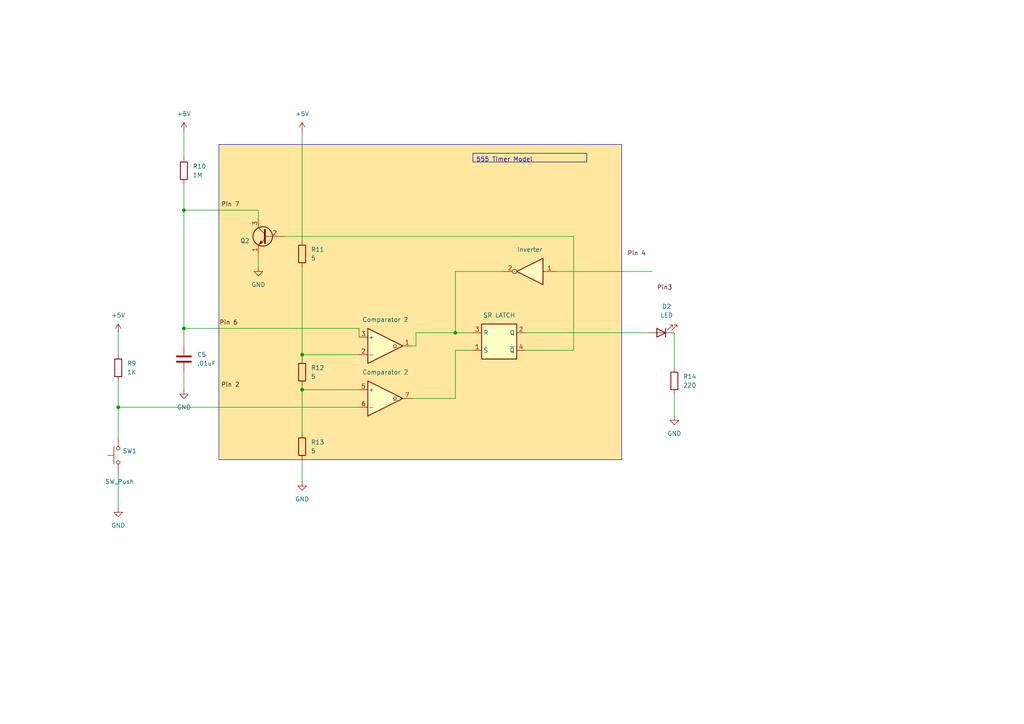
<source format=kicad_sch>
(kicad_sch (version 20231120) (generator "eeschema") (generator_version "8.0")
  (paper "A4")
  (lib_symbols
    (symbol "74xx:74LS04"
      (property "Reference" "U" (at 0 1.27 0))
      (property "Value" "74LS04" (at 0 -1.27 0))
      (symbol "74LS04_1_0"
        (polyline (pts (xy -3.81 3.81) (xy -3.81 -3.81) (xy 3.81 0) (xy -3.81 3.81)) (stroke (width 0.254)) (fill (type background)))
        (pin input line (at -7.62 0 0) (length 3.81) (name "~") (number "1"))
        (pin output inverted (at 7.62 0 180) (length 3.81) (name "~") (number "2"))
      )
      (symbol "74LS04_2_0"
        (polyline (pts (xy -3.81 3.81) (xy -3.81 -3.81) (xy 3.81 0) (xy -3.81 3.81)) (stroke (width 0.254)) (fill (type background)))
        (pin input line (at -7.62 0 0) (length 3.81) (name "~") (number "3"))
        (pin output inverted (at 7.62 0 180) (length 3.81) (name "~") (number "4"))
      )
      (symbol "74LS04_3_0"
        (polyline (pts (xy -3.81 3.81) (xy -3.81 -3.81) (xy 3.81 0) (xy -3.81 3.81)) (stroke (width 0.254)) (fill (type background)))
        (pin input line (at -7.62 0 0) (length 3.81) (name "~") (number "5"))
        (pin output inverted (at 7.62 0 180) (length 3.81) (name "~") (number "6"))
      )
      (symbol "74LS04_4_0"
        (polyline (pts (xy -3.81 3.81) (xy -3.81 -3.81) (xy 3.81 0) (xy -3.81 3.81)) (stroke (width 0.254)) (fill (type background)))
        (pin output inverted (at 7.62 0 180) (length 3.81) (name "~") (number "8"))
        (pin input line (at -7.62 0 0) (length 3.81) (name "~") (number "9"))
      )
      (symbol "74LS04_5_0"
        (polyline (pts (xy -3.81 3.81) (xy -3.81 -3.81) (xy 3.81 0) (xy -3.81 3.81)) (stroke (width 0.254)) (fill (type background)))
        (pin output inverted (at 7.62 0 180) (length 3.81) (name "~") (number "10"))
        (pin input line (at -7.62 0 0) (length 3.81) (name "~") (number "11"))
      )
      (symbol "74LS04_6_0"
        (polyline (pts (xy -3.81 3.81) (xy -3.81 -3.81) (xy 3.81 0) (xy -3.81 3.81)) (stroke (width 0.254)) (fill (type background)))
        (pin output inverted (at 7.62 0 180) (length 3.81) (name "~") (number "12"))
        (pin input line (at -7.62 0 0) (length 3.81) (name "~") (number "13"))
      )
      (symbol "74LS04_7_0"
        (pin power_in line (at 0 12.7 270) (length 5.08) (name "VCC") (number "14"))
        (pin power_in line (at 0 -12.7 90) (length 5.08) (name "GND") (number "7"))
      )
      (symbol "74LS04_7_1"
        (rectangle (start -5.08 7.62) (end 5.08 -7.62) (stroke (width 0.254)) (fill (type background)))
      )
    )
    (symbol "Comparator:LMV393" (pin_names (offset 0.127))
      (property "Reference" "U" (at 3.81 3.81 0))
      (property "Value" "LMV393" (at 6.35 -3.81 0))
      (symbol "LMV393_1_1"
        (polyline (pts (xy -5.08 5.08) (xy 5.08 0) (xy -5.08 -5.08) (xy -5.08 5.08)) (stroke (width 0.254)) (fill (type background)))
        (polyline (pts (xy 3.302 -0.508) (xy 2.794 -0.508) (xy 3.302 0) (xy 2.794 0.508) (xy 2.286 0) (xy 2.794 -0.508) (xy 2.286 -0.508)) (stroke (width 0.127)))
        (pin open_collector line (at 7.62 0 180) (length 2.54) (name "~") (number "1"))
        (pin input line (at -7.62 -2.54 0) (length 2.54) (name "-") (number "2"))
        (pin input line (at -7.62 2.54 0) (length 2.54) (name "+") (number "3"))
      )
      (symbol "LMV393_2_1"
        (polyline (pts (xy -5.08 5.08) (xy 5.08 0) (xy -5.08 -5.08) (xy -5.08 5.08)) (stroke (width 0.254)) (fill (type background)))
        (polyline (pts (xy 3.302 -0.508) (xy 2.794 -0.508) (xy 3.302 0) (xy 2.794 0.508) (xy 2.286 0) (xy 2.794 -0.508) (xy 2.286 -0.508)) (stroke (width 0.127)))
        (pin input line (at -7.62 2.54 0) (length 2.54) (name "+") (number "5"))
        (pin input line (at -7.62 -2.54 0) (length 2.54) (name "-") (number "6"))
        (pin open_collector line (at 7.62 0 180) (length 2.54) (name "~") (number "7"))
      )
      (symbol "LMV393_3_1"
        (pin power_in line (at -2.54 -7.62 90) (length 3.81) (name "V-") (number "4"))
        (pin power_in line (at -2.54 7.62 270) (length 3.81) (name "V+") (number "8"))
      )
    )
    (symbol "Device:C" (pin_numbers hide) (pin_names (offset 0.254))
      (property "Reference" "C" (at 0.635 2.54 0))
      (property "Value" "C" (at 0.635 -2.54 0))
      (symbol "C_0_1"
        (polyline (pts (xy -2.032 -0.762) (xy 2.032 -0.762)) (stroke (width 0.508)))
        (polyline (pts (xy -2.032 0.762) (xy 2.032 0.762)) (stroke (width 0.508)))
      )
      (symbol "C_1_1"
        (pin passive line (at 0 3.81 270) (length 2.794) (name "~") (number "1"))
        (pin passive line (at 0 -3.81 90) (length 2.794) (name "~") (number "2"))
      )
    )
    (symbol "Device:LED" (pin_numbers hide) (pin_names (offset 1.016) hide)
      (property "Reference" "D" (at 0 2.54 0))
      (property "Value" "LED" (at 0 -2.54 0))
      (symbol "LED_0_1"
        (polyline (pts (xy -1.27 -1.27) (xy -1.27 1.27)) (stroke (width 0.254)))
        (polyline (pts (xy -1.27 0) (xy 1.27 0)))
        (polyline (pts (xy 1.27 -1.27) (xy 1.27 1.27) (xy -1.27 0) (xy 1.27 -1.27)) (stroke (width 0.254)))
        (polyline (pts (xy -3.048 -0.762) (xy -4.572 -2.286) (xy -3.81 -2.286) (xy -4.572 -2.286) (xy -4.572 -1.524)))
        (polyline (pts (xy -1.778 -0.762) (xy -3.302 -2.286) (xy -2.54 -2.286) (xy -3.302 -2.286) (xy -3.302 -1.524)))
      )
      (symbol "LED_1_1"
        (pin passive line (at -3.81 0 0) (length 2.54) (name "K") (number "1"))
        (pin passive line (at 3.81 0 180) (length 2.54) (name "A") (number "2"))
      )
    )
    (symbol "Device:R" (pin_numbers hide) (pin_names (offset 0))
      (property "Reference" "R" (at 2.032 0 90))
      (property "Value" "R" (at 0 0 90))
      (symbol "R_0_1"
        (rectangle (start -1.016 -2.54) (end 1.016 2.54) (stroke (width 0.254)))
      )
      (symbol "R_1_1"
        (pin passive line (at 0 3.81 270) (length 1.27) (name "~") (number "1"))
        (pin passive line (at 0 -3.81 90) (length 1.27) (name "~") (number "2"))
      )
    )
    (symbol "Switch:SW_Push" (pin_numbers hide) (pin_names (offset 1.016) hide)
      (property "Reference" "SW" (at 1.27 2.54 0))
      (property "Value" "SW_Push" (at 0 -1.524 0))
      (symbol "SW_Push_0_1"
        (circle (center -2.032 0) (radius 0.508))
        (polyline (pts (xy 0 1.27) (xy 0 3.048)))
        (polyline (pts (xy 2.54 1.27) (xy -2.54 1.27)))
        (circle (center 2.032 0) (radius 0.508))
        (pin passive line (at -5.08 0 0) (length 2.54) (name "1") (number "1"))
        (pin passive line (at 5.08 0 180) (length 2.54) (name "2") (number "2"))
      )
    )
    (symbol "Symbols_Only:74LS279"
      (property "Reference" "U2" (at 0 10.16 0))
      (property "Value" "SR LATCH" (at 0 7.62 0))
      (symbol "74LS279_1_1"
        (rectangle (start -5.08 5.08) (end 5.08 -5.08) (stroke (width 0.254)) (fill (type background)))
        (pin input line (at -7.62 -2.54 0) (length 2.54) (name "S") (number "1"))
        (pin input line (at 7.62 2.54 180) (length 2.54) (name "Q") (number "2"))
        (pin input line (at -7.62 2.54 0) (length 2.54) (name "R") (number "3"))
        (pin output line (at 7.62 -2.54 180) (length 2.54) (name "~{Q}") (number "4"))
      )
      (symbol "74LS279_2_1"
        (rectangle (start -5.08 5.08) (end 5.08 -5.08) (stroke (width 0.254)) (fill (type background)))
        (pin input line (at -7.62 -2.54 0) (length 2.54) (name "~{R}") (number "5"))
        (pin input line (at -7.62 2.54 0) (length 2.54) (name "~{S}") (number "6"))
        (pin output line (at 7.62 0 180) (length 2.54) (name "Q") (number "7"))
      )
      (symbol "74LS279_3_1"
        (rectangle (start -5.08 5.08) (end 5.08 -5.08) (stroke (width 0.254)) (fill (type background)))
        (pin input line (at -7.62 -2.54 0) (length 2.54) (name "~{R}") (number "10"))
        (pin input line (at -7.62 2.54 0) (length 2.54) (name "~{S}") (number "11"))
        (pin input line (at -7.62 0 0) (length 2.54) (name "~{S}") (number "12"))
        (pin output line (at 7.62 0 180) (length 2.54) (name "Q") (number "9"))
      )
      (symbol "74LS279_4_1"
        (rectangle (start -5.08 5.08) (end 5.08 -5.08) (stroke (width 0.254)) (fill (type background)))
        (pin output line (at 7.62 0 180) (length 2.54) (name "Q") (number "13"))
        (pin input line (at -7.62 -2.54 0) (length 2.54) (name "~{R}") (number "14"))
        (pin input line (at -7.62 2.54 0) (length 2.54) (name "~{S}") (number "15"))
      )
      (symbol "74LS279_5_0"
        (pin power_in line (at 0 10.16 270) (length 2.54) (name "VCC") (number "16"))
        (pin power_in line (at 0 -10.16 90) (length 2.54) (name "GND") (number "8"))
      )
      (symbol "74LS279_5_1"
        (rectangle (start -5.08 7.62) (end 5.08 -7.62) (stroke (width 0.254)) (fill (type background)))
      )
    )
    (symbol "Transistor_BJT:BC107" (pin_names (offset 0) hide)
      (property "Reference" "Q" (at 5.08 1.905 0))
      (property "Value" "BC107" (at 5.08 0 0))
      (symbol "BC107_0_1"
        (polyline (pts (xy 0.635 0.635) (xy 2.54 2.54)))
        (polyline (pts (xy 0.635 -0.635) (xy 2.54 -2.54) (xy 2.54 -2.54)))
        (polyline (pts (xy 0.635 1.905) (xy 0.635 -1.905) (xy 0.635 -1.905)) (stroke (width 0.508)))
        (polyline (pts (xy 1.27 -1.778) (xy 1.778 -1.27) (xy 2.286 -2.286) (xy 1.27 -1.778) (xy 1.27 -1.778)) (fill (type outline)))
        (circle (center 1.27 0) (radius 2.8194) (stroke (width 0.254)))
      )
      (symbol "BC107_1_1"
        (pin passive line (at 2.54 -5.08 90) (length 2.54) (name "E") (number "1"))
        (pin input line (at -5.08 0 0) (length 5.715) (name "B") (number "2"))
        (pin passive line (at 2.54 5.08 270) (length 2.54) (name "C") (number "3"))
      )
    )
    (symbol "power:+5V" (power) (pin_numbers hide) (pin_names (offset 0) hide)
      (property "Value" "+5V" (at 0 3.556 0))
      (symbol "+5V_0_1"
        (polyline (pts (xy -0.762 1.27) (xy 0 2.54)))
        (polyline (pts (xy 0 0) (xy 0 2.54)))
        (polyline (pts (xy 0 2.54) (xy 0.762 1.27)))
      )
      (symbol "+5V_1_1"
        (pin power_in line (at 0 0 90) (length 0) (name "~") (number "1"))
      )
    )
    (symbol "power:GND" (power) (pin_numbers hide) (pin_names (offset 0) hide)
      (property "Value" "GND" (at 0 -3.81 0))
      (symbol "GND_0_1"
        (polyline (pts (xy 0 0) (xy 0 -1.27) (xy 1.27 -1.27) (xy 0 -2.54) (xy -1.27 -1.27) (xy 0 -1.27)))
      )
      (symbol "GND_1_1"
        (pin power_in line (at 0 0 270) (length 0) (name "~") (number "1"))
      )
    )
  )
  (junction (at 53.34 60.96))
  (junction (at 34.29 118.11))
  (junction (at 87.63 113.03))
  (junction (at 53.34 95.25))
  (junction (at 87.63 102.87))
  (junction (at 132.08 96.52))
  (wire (pts (xy 132.08 96.52) (xy 137.16 96.52)))
  (wire (pts (xy 132.08 78.74) (xy 132.08 96.52)))
  (wire (pts (xy 53.34 95.25) (xy 53.34 100.33)))
  (wire (pts (xy 104.14 95.25) (xy 104.14 97.79)))
  (wire (pts (xy 53.34 60.96) (xy 53.34 95.25)))
  (wire (pts (xy 187.96 96.52) (xy 152.4 96.52)))
  (wire (pts (xy 87.63 102.87) (xy 104.14 102.87)))
  (wire (pts (xy 87.63 111.76) (xy 87.63 113.03)))
  (wire (pts (xy 34.29 118.11) (xy 104.14 118.11)))
  (wire (pts (xy 87.63 113.03) (xy 87.63 125.73)))
  (wire (pts (xy 87.63 38.1) (xy 87.63 69.85)))
  (wire (pts (xy 34.29 110.49) (xy 34.29 118.11)))
  (wire (pts (xy 132.08 101.6) (xy 137.16 101.6)))
  (wire (pts (xy 34.29 137.16) (xy 34.29 147.32)))
  (wire (pts (xy 120.65 100.33) (xy 120.65 96.52)))
  (wire (pts (xy 53.34 95.25) (xy 104.14 95.25)))
  (wire (pts (xy 152.4 101.6) (xy 166.37 101.6)))
  (wire (pts (xy 34.29 96.52) (xy 34.29 102.87)))
  (wire (pts (xy 166.37 68.58) (xy 82.55 68.58)))
  (wire (pts (xy 87.63 102.87) (xy 87.63 104.14)))
  (wire (pts (xy 195.58 96.52) (xy 195.58 106.68)))
  (wire (pts (xy 74.93 73.66) (xy 74.93 77.47)))
  (wire (pts (xy 119.38 100.33) (xy 120.65 100.33)))
  (wire (pts (xy 34.29 127) (xy 34.29 118.11)))
  (wire (pts (xy 74.93 60.96) (xy 74.93 63.5)))
  (wire (pts (xy 53.34 60.96) (xy 74.93 60.96)))
  (wire (pts (xy 132.08 101.6) (xy 132.08 115.57)))
  (wire (pts (xy 53.34 107.95) (xy 53.34 113.03)))
  (wire (pts (xy 87.63 113.03) (xy 104.14 113.03)))
  (wire (pts (xy 87.63 133.35) (xy 87.63 139.7)))
  (wire (pts (xy 161.29 78.74) (xy 189.23 78.74)))
  (wire (pts (xy 53.34 38.1) (xy 53.34 45.72)))
  (wire (pts (xy 132.08 115.57) (xy 119.38 115.57)))
  (wire (pts (xy 120.65 96.52) (xy 132.08 96.52)))
  (wire (pts (xy 87.63 77.47) (xy 87.63 102.87)))
  (wire (pts (xy 166.37 101.6) (xy 166.37 68.58)))
  (wire (pts (xy 53.34 53.34) (xy 53.34 60.96)))
  (wire (pts (xy 195.58 114.3) (xy 195.58 120.65)))
  (wire (pts (xy 146.05 78.74) (xy 132.08 78.74)))
  (rectangle (start 63.5 41.91) (end 180.34 133.35) (fill (type color) (color 255 231 159 1)))
  (text_box "555 Timer Model\n" (at 137.16 44.45 0) (size 33.02 2.54) (effects (font (size 1.27 1.27)) (justify left top)))
  (text "Pin 7" (at 66.802 59.436 0) (effects (font (size 1.27 1.27))))
  (text "Pin 6" (at 66.294 93.726 0) (effects (font (size 1.27 1.27))))
  (text "Pin3\n" (at 192.786 83.566 0) (effects (font (size 1.27 1.27))))
  (text "Pin 2" (at 66.802 111.76 0) (effects (font (size 1.27 1.27))))
  (text "Pin 4\n" (at 184.658 73.66 0) (effects (font (size 1.27 1.27))))
  (symbol (lib_id "power:GND") (at 74.93 77.47 0) (unit 1) (in_bom no)
    (property "Reference" "#PWR011" (effects (hide yes)))
    (property "Value" "GND" (at 74.93 82.55 0))
    (property "Description" "Power symbol creates a global label with name \"GND\" , ground" (effects (hide yes)))
  )
  (symbol (lib_id "Device:R") (at 34.29 106.68 0) (unit 1) (in_bom no)
    (property "Reference" "R9" (at 36.83 105.4099 0) (effects (justify left)))
    (property "Value" "1K" (at 36.83 107.9499 0) (effects (justify left)))
    (property "Description" "Resistor" (effects (hide yes)))
  )
  (symbol (lib_id "Device:R") (at 87.63 107.95 0) (unit 1) (in_bom no)
    (property "Reference" "R12" (at 90.17 106.6799 0) (effects (justify left)))
    (property "Value" "5" (at 90.17 109.2199 0) (effects (justify left)))
    (property "Description" "Resistor" (effects (hide yes)))
  )
  (symbol (lib_id "Comparator:LMV393") (at 111.76 115.57 0) (unit 2) (in_bom no)
    (property "Reference" "U4" (effects (hide yes)))
    (property "Value" "Comparator 2" (at 111.76 107.95 0))
    (property "Datasheet" "http://www.ti.com/lit/ds/symlink/lmv331.pdf" (effects (hide yes)))
    (property "Description" "Dual General-Purpose Low-Voltage Comparator, SOIC-8/TSSOP-8/VSSOP-8" (effects (hide yes)))
  )
  (symbol (lib_id "74xx:74LS04") (at 153.67 78.74 180) (unit 1) (in_bom no)
    (property "Reference" "U10" (effects (hide yes)))
    (property "Value" "Inverter" (at 153.67 72.39 0))
    (property "Datasheet" "http://www.ti.com/lit/gpn/sn74LS04" (effects (hide yes)))
    (property "Description" "Hex Inverter" (effects (hide yes)))
  )
  (symbol (lib_id "Device:C") (at 53.34 104.14 0) (unit 1) (in_bom no)
    (property "Reference" "C5" (at 57.15 102.8699 0) (effects (justify left)))
    (property "Value" ".01uF" (at 57.15 105.4099 0) (effects (justify left)))
    (property "Description" "Unpolarized capacitor" (effects (hide yes)))
  )
  (symbol (lib_id "power:+5V") (at 87.63 38.1 0) (unit 1) (in_bom no)
    (property "Reference" "#PWR012" (effects (hide yes)))
    (property "Value" "+5V" (at 87.63 33.02 0))
    (property "Description" "Power symbol creates a global label with name \"+5V\"" (effects (hide yes)))
  )
  (symbol (lib_id "Device:R") (at 87.63 73.66 0) (unit 1) (in_bom no)
    (property "Reference" "R11" (at 90.17 72.3899 0) (effects (justify left)))
    (property "Value" "5" (at 90.17 74.9299 0) (effects (justify left)))
    (property "Description" "Resistor" (effects (hide yes)))
  )
  (symbol (lib_id "Device:R") (at 195.58 110.49 0) (unit 1) (in_bom no)
    (property "Reference" "R14" (at 198.12 109.2199 0) (effects (justify left)))
    (property "Value" "220" (at 198.12 111.7599 0) (effects (justify left)))
    (property "Description" "Resistor" (effects (hide yes)))
  )
  (symbol (lib_id "power:+5V") (at 53.34 38.1 0) (unit 1) (in_bom no)
    (property "Reference" "#PWR09" (effects (hide yes)))
    (property "Value" "+5V" (at 53.34 33.02 0))
    (property "Description" "Power symbol creates a global label with name \"+5V\"" (effects (hide yes)))
  )
  (symbol (lib_id "Comparator:LMV393") (at 111.76 100.33 0) (unit 1) (in_bom no)
    (property "Reference" "U4" (effects (hide yes)))
    (property "Value" "Comparator 2" (at 111.76 92.71 0))
    (property "Datasheet" "http://www.ti.com/lit/ds/symlink/lmv331.pdf" (effects (hide yes)))
    (property "Description" "Dual General-Purpose Low-Voltage Comparator, SOIC-8/TSSOP-8/VSSOP-8" (effects (hide yes)))
  )
  (symbol (lib_id "power:GND") (at 195.58 120.65 0) (unit 1) (in_bom no)
    (property "Reference" "#PWR014" (effects (hide yes)))
    (property "Value" "GND" (at 195.58 125.73 0))
    (property "Description" "Power symbol creates a global label with name \"GND\" , ground" (effects (hide yes)))
  )
  (symbol (lib_id "Device:R") (at 53.34 49.53 0) (unit 1) (in_bom no)
    (property "Reference" "R10" (at 55.88 48.2599 0) (effects (justify left)))
    (property "Value" "1M" (at 55.88 50.7999 0) (effects (justify left)))
    (property "Description" "Resistor" (effects (hide yes)))
  )
  (symbol (lib_id "Transistor_BJT:BC107") (at 77.47 68.58 0) (mirror y) (unit 1) (in_bom no)
    (property "Reference" "Q2" (at 72.39 69.8501 0) (effects (justify left)))
    (property "Value" "BC107" (effects (hide yes)))
    (property "Footprint" "Package_TO_SOT_THT:TO-18-3" (effects (hide yes)))
    (property "Datasheet" "http://www.b-kainka.de/Daten/Transistor/BC108.pdf" (effects (hide yes)))
    (property "Description" "0.1A Ic, 50V Vce, Low Noise General Purpose NPN Transistor, TO-18" (effects (hide yes)))
  )
  (symbol (lib_id "power:GND") (at 34.29 147.32 0) (unit 1) (in_bom no)
    (property "Reference" "#PWR010" (effects (hide yes)))
    (property "Value" "GND" (at 34.29 152.4 0))
    (property "Description" "Power symbol creates a global label with name \"GND\" , ground" (effects (hide yes)))
  )
  (symbol (lib_id "Device:R") (at 87.63 129.54 0) (unit 1) (in_bom no)
    (property "Reference" "R13" (at 90.17 128.2699 0) (effects (justify left)))
    (property "Value" "5" (at 90.17 130.8099 0) (effects (justify left)))
    (property "Description" "Resistor" (effects (hide yes)))
  )
  (symbol (lib_id "Symbols_Only:74LS279") (at 144.78 99.06 0) (unit 1) (in_bom no)
    (property "Reference" "U5" (effects (hide yes)))
    (property "Value" "SR LATCH" (at 144.78 91.44 0))
    (property "Datasheet" "https://www.ti.com/lit/gpn/sn54ls279a" (effects (hide yes)))
    (property "Description" "Quad SR latch, DIP-16/SOIC-16/SOIC-16W" (effects (hide yes)))
  )
  (symbol (lib_id "power:GND") (at 87.63 139.7 0) (unit 1) (in_bom no)
    (property "Reference" "#PWR013" (effects (hide yes)))
    (property "Value" "GND" (at 87.63 144.78 0))
    (property "Description" "Power symbol creates a global label with name \"GND\" , ground" (effects (hide yes)))
  )
  (symbol (lib_id "power:+5V") (at 34.29 96.52 0) (unit 1) (in_bom no)
    (property "Reference" "#PWR016" (effects (hide yes)))
    (property "Value" "+5V" (at 34.29 91.44 0))
    (property "Description" "Power symbol creates a global label with name \"+5V\"" (effects (hide yes)))
  )
  (symbol (lib_id "Switch:SW_Push") (at 34.29 132.08 90) (unit 1) (in_bom no)
    (property "Reference" "SW1" (at 35.56 130.8099 90) (effects (justify right)))
    (property "Value" "SW_Push" (at 30.48 139.6999 90) (effects (justify right)))
    (property "Description" "Push button switch, generic, two pins" (effects (hide yes)))
  )
  (symbol (lib_id "Device:LED") (at 191.77 96.52 180) (unit 1) (in_bom no)
    (property "Reference" "D2" (at 193.3575 88.9 0))
    (property "Value" "LED" (at 193.3575 91.44 0))
    (property "Description" "Light emitting diode" (effects (hide yes)))
  )
  (symbol (lib_id "power:GND") (at 53.34 113.03 0) (unit 1) (in_bom no)
    (property "Reference" "#PWR015" (effects (hide yes)))
    (property "Value" "GND" (at 53.34 118.11 0))
    (property "Description" "Power symbol creates a global label with name \"GND\" , ground" (effects (hide yes)))
  )
)
</source>
